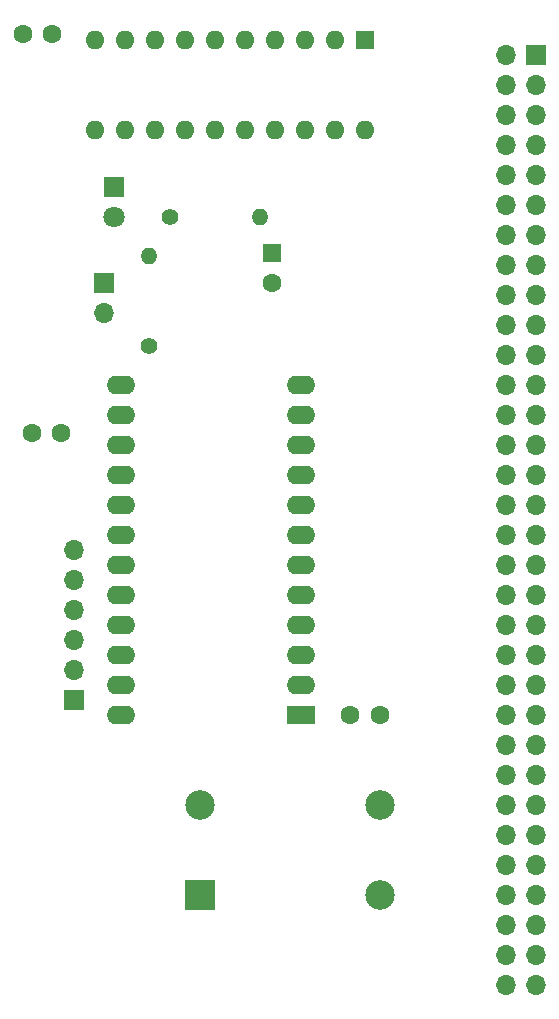
<source format=gbs>
G04 #@! TF.GenerationSoftware,KiCad,Pcbnew,8.0.4*
G04 #@! TF.CreationDate,2024-09-20T09:06:32-04:00*
G04 #@! TF.ProjectId,LB-68B50-02,4c422d36-3842-4353-902d-30322e6b6963,2*
G04 #@! TF.SameCoordinates,Original*
G04 #@! TF.FileFunction,Soldermask,Bot*
G04 #@! TF.FilePolarity,Negative*
%FSLAX46Y46*%
G04 Gerber Fmt 4.6, Leading zero omitted, Abs format (unit mm)*
G04 Created by KiCad (PCBNEW 8.0.4) date 2024-09-20 09:06:32*
%MOMM*%
%LPD*%
G01*
G04 APERTURE LIST*
%ADD10R,1.700000X1.700000*%
%ADD11O,1.700000X1.700000*%
%ADD12R,2.400000X1.600000*%
%ADD13O,2.400000X1.600000*%
%ADD14C,1.400000*%
%ADD15O,1.400000X1.400000*%
%ADD16R,1.800000X1.800000*%
%ADD17C,1.800000*%
%ADD18R,1.600000X1.600000*%
%ADD19O,1.600000X1.600000*%
%ADD20C,1.600000*%
%ADD21R,2.500000X2.500000*%
%ADD22C,2.500000*%
G04 APERTURE END LIST*
D10*
X179890000Y-54615000D03*
D11*
X177350000Y-54615000D03*
X179890000Y-57155000D03*
X177350000Y-57155000D03*
X179890000Y-59695000D03*
X177350000Y-59695000D03*
X179890000Y-62235000D03*
X177350000Y-62235000D03*
X179890000Y-64775000D03*
X177350000Y-64775000D03*
X179890000Y-67315000D03*
X177350000Y-67315000D03*
X179890000Y-69855000D03*
X177350000Y-69855000D03*
X179890000Y-72395000D03*
X177350000Y-72395000D03*
X179890000Y-74935000D03*
X177350000Y-74935000D03*
X179890000Y-77475000D03*
X177350000Y-77475000D03*
X179890000Y-80015000D03*
X177350000Y-80015000D03*
X179890000Y-82555000D03*
X177350000Y-82555000D03*
X179890000Y-85095000D03*
X177350000Y-85095000D03*
X179890000Y-87635000D03*
X177350000Y-87635000D03*
X179890000Y-90175000D03*
X177350000Y-90175000D03*
X179890000Y-92715000D03*
X177350000Y-92715000D03*
X179890000Y-95255000D03*
X177350000Y-95255000D03*
X179890000Y-97795000D03*
X177350000Y-97795000D03*
X179890000Y-100335000D03*
X177350000Y-100335000D03*
X179890000Y-102875000D03*
X177350000Y-102875000D03*
X179890000Y-105415000D03*
X177350000Y-105415000D03*
X179890000Y-107955000D03*
X177350000Y-107955000D03*
X179890000Y-110495000D03*
X177350000Y-110495000D03*
X179890000Y-113035000D03*
X177350000Y-113035000D03*
X179890000Y-115575000D03*
X177350000Y-115575000D03*
X179890000Y-118115000D03*
X177350000Y-118115000D03*
X179890000Y-120655000D03*
X177350000Y-120655000D03*
X179890000Y-123195000D03*
X177350000Y-123195000D03*
X179890000Y-125735000D03*
X177350000Y-125735000D03*
X179890000Y-128275000D03*
X177350000Y-128275000D03*
X179890000Y-130815000D03*
X177350000Y-130815000D03*
X179890000Y-133355000D03*
X177350000Y-133355000D03*
D12*
X160000000Y-110495000D03*
D13*
X160000000Y-107955000D03*
X160000000Y-105415000D03*
X160000000Y-102875000D03*
X160000000Y-100335000D03*
X160000000Y-97795000D03*
X160000000Y-95255000D03*
X160000000Y-92715000D03*
X160000000Y-90175000D03*
X160000000Y-87635000D03*
X160000000Y-85095000D03*
X160000000Y-82555000D03*
X144760000Y-82555000D03*
X144760000Y-85095000D03*
X144760000Y-87635000D03*
X144760000Y-90175000D03*
X144760000Y-92715000D03*
X144760000Y-95255000D03*
X144760000Y-97795000D03*
X144760000Y-100335000D03*
X144760000Y-102875000D03*
X144760000Y-105415000D03*
X144760000Y-107955000D03*
X144760000Y-110495000D03*
D14*
X147066000Y-79248000D03*
D15*
X147066000Y-71628000D03*
D16*
X144180000Y-65781000D03*
D17*
X144180000Y-68321000D03*
D18*
X165354000Y-53340000D03*
D19*
X162814000Y-53340000D03*
X160274000Y-53340000D03*
X157734000Y-53340000D03*
X155194000Y-53340000D03*
X152654000Y-53340000D03*
X150114000Y-53340000D03*
X147574000Y-53340000D03*
X145034000Y-53340000D03*
X142494000Y-53340000D03*
X142494000Y-60960000D03*
X145034000Y-60960000D03*
X147574000Y-60960000D03*
X150114000Y-60960000D03*
X152654000Y-60960000D03*
X155194000Y-60960000D03*
X157734000Y-60960000D03*
X160274000Y-60960000D03*
X162814000Y-60960000D03*
X165354000Y-60960000D03*
D20*
X164124000Y-110490000D03*
X166624000Y-110490000D03*
X139680000Y-86614000D03*
X137180000Y-86614000D03*
D10*
X140716000Y-109220000D03*
D11*
X140716000Y-106680000D03*
X140716000Y-104140000D03*
X140716000Y-101600000D03*
X140716000Y-99060000D03*
X140716000Y-96520000D03*
D14*
X148844000Y-68326000D03*
D15*
X156464000Y-68326000D03*
D18*
X157480000Y-71438888D03*
D20*
X157480000Y-73938888D03*
D10*
X143256000Y-73909000D03*
D11*
X143256000Y-76449000D03*
D21*
X151384000Y-125730000D03*
D22*
X166624000Y-125730000D03*
X166624000Y-118110000D03*
X151384000Y-118110000D03*
D20*
X138918000Y-52832000D03*
X136418000Y-52832000D03*
M02*

</source>
